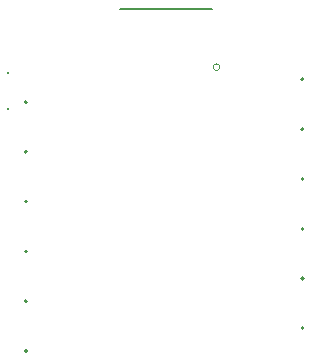
<source format=gto>
G04*
G04 #@! TF.GenerationSoftware,Altium Limited,Altium Designer,24.6.1 (21)*
G04*
G04 Layer_Color=65535*
%FSLAX44Y44*%
%MOMM*%
G71*
G04*
G04 #@! TF.SameCoordinates,C8D772FE-2820-431E-A14A-531BD9A9DE4E*
G04*
G04*
G04 #@! TF.FilePolarity,Positive*
G04*
G01*
G75*
%ADD10C,0.2000*%
%ADD11C,0.0000*%
%ADD12C,0.1270*%
D10*
X86928Y304353D02*
G03*
X86928Y304353I-1000J0D01*
G01*
Y262212D02*
G03*
X86928Y262212I-1000J0D01*
G01*
Y220071D02*
G03*
X86928Y220071I-1000J0D01*
G01*
Y177843D02*
G03*
X86928Y177843I-1000J0D01*
G01*
Y135790D02*
G03*
X86928Y135790I-1000J0D01*
G01*
Y93649D02*
G03*
X86928Y93649I-1000J0D01*
G01*
X321102Y323677D02*
G03*
X321102Y323677I-1000J0D01*
G01*
X320853Y281536D02*
G03*
X320853Y281536I-1000J0D01*
G01*
X321102Y239395D02*
G03*
X321102Y239395I-1000J0D01*
G01*
Y197167D02*
G03*
X321102Y197167I-1000J0D01*
G01*
Y155113D02*
G03*
X321102Y155113I-1000J0D01*
G01*
Y112972D02*
G03*
X321102Y112972I-1000J0D01*
G01*
X165400Y382992D02*
X243400D01*
D11*
X250228Y333992D02*
G03*
X250228Y333992I-2828J0D01*
G01*
D12*
X70928Y298603D02*
Y299153D01*
Y329053D02*
Y329603D01*
M02*

</source>
